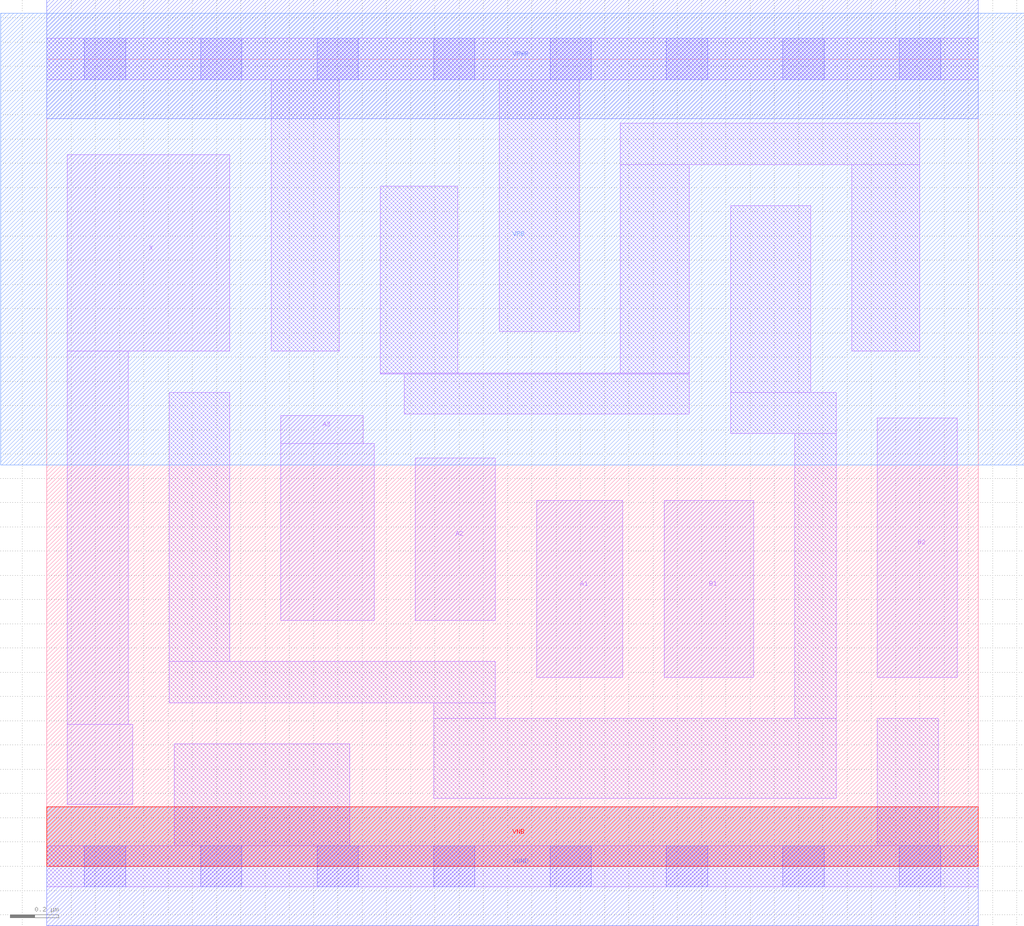
<source format=lef>
# Copyright 2020 The SkyWater PDK Authors
#
# Licensed under the Apache License, Version 2.0 (the "License");
# you may not use this file except in compliance with the License.
# You may obtain a copy of the License at
#
#     https://www.apache.org/licenses/LICENSE-2.0
#
# Unless required by applicable law or agreed to in writing, software
# distributed under the License is distributed on an "AS IS" BASIS,
# WITHOUT WARRANTIES OR CONDITIONS OF ANY KIND, either express or implied.
# See the License for the specific language governing permissions and
# limitations under the License.
#
# SPDX-License-Identifier: Apache-2.0

VERSION 5.7 ;
  NOWIREEXTENSIONATPIN ON ;
  DIVIDERCHAR "/" ;
  BUSBITCHARS "[]" ;
MACRO sky130_fd_sc_lp__a32o_0
  CLASS CORE ;
  FOREIGN sky130_fd_sc_lp__a32o_0 ;
  ORIGIN  0.000000  0.000000 ;
  SIZE  3.840000 BY  3.330000 ;
  SYMMETRY X Y R90 ;
  SITE unit ;
  PIN A1
    ANTENNAGATEAREA  0.159000 ;
    DIRECTION INPUT ;
    USE SIGNAL ;
    PORT
      LAYER li1 ;
        RECT 2.020000 0.780000 2.375000 1.510000 ;
    END
  END A1
  PIN A2
    ANTENNAGATEAREA  0.159000 ;
    DIRECTION INPUT ;
    USE SIGNAL ;
    PORT
      LAYER li1 ;
        RECT 1.520000 1.015000 1.850000 1.685000 ;
    END
  END A2
  PIN A3
    ANTENNAGATEAREA  0.159000 ;
    DIRECTION INPUT ;
    USE SIGNAL ;
    PORT
      LAYER li1 ;
        RECT 0.965000 1.015000 1.350000 1.745000 ;
        RECT 0.965000 1.745000 1.305000 1.860000 ;
    END
  END A3
  PIN B1
    ANTENNAGATEAREA  0.159000 ;
    DIRECTION INPUT ;
    USE SIGNAL ;
    PORT
      LAYER li1 ;
        RECT 2.545000 0.780000 2.915000 1.510000 ;
    END
  END B1
  PIN B2
    ANTENNAGATEAREA  0.159000 ;
    DIRECTION INPUT ;
    USE SIGNAL ;
    PORT
      LAYER li1 ;
        RECT 3.425000 0.780000 3.755000 1.850000 ;
    END
  END B2
  PIN X
    ANTENNADIFFAREA  0.280900 ;
    DIRECTION OUTPUT ;
    USE SIGNAL ;
    PORT
      LAYER li1 ;
        RECT 0.085000 0.255000 0.355000 0.585000 ;
        RECT 0.085000 0.585000 0.335000 2.125000 ;
        RECT 0.085000 2.125000 0.755000 2.935000 ;
    END
  END X
  PIN VGND
    DIRECTION INOUT ;
    USE GROUND ;
    PORT
      LAYER met1 ;
        RECT 0.000000 -0.245000 3.840000 0.245000 ;
    END
  END VGND
  PIN VNB
    DIRECTION INOUT ;
    USE GROUND ;
    PORT
      LAYER pwell ;
        RECT 0.000000 0.000000 3.840000 0.245000 ;
    END
  END VNB
  PIN VPB
    DIRECTION INOUT ;
    USE POWER ;
    PORT
      LAYER nwell ;
        RECT -0.190000 1.655000 4.030000 3.520000 ;
    END
  END VPB
  PIN VPWR
    DIRECTION INOUT ;
    USE POWER ;
    PORT
      LAYER met1 ;
        RECT 0.000000 3.085000 3.840000 3.575000 ;
    END
  END VPWR
  OBS
    LAYER li1 ;
      RECT 0.000000 -0.085000 3.840000 0.085000 ;
      RECT 0.000000  3.245000 3.840000 3.415000 ;
      RECT 0.505000  0.675000 1.850000 0.845000 ;
      RECT 0.505000  0.845000 0.755000 1.955000 ;
      RECT 0.525000  0.085000 1.250000 0.505000 ;
      RECT 0.925000  2.125000 1.205000 3.245000 ;
      RECT 1.375000  2.030000 2.650000 2.035000 ;
      RECT 1.375000  2.035000 1.695000 2.805000 ;
      RECT 1.475000  1.865000 2.650000 2.030000 ;
      RECT 1.595000  0.280000 3.255000 0.610000 ;
      RECT 1.595000  0.610000 1.850000 0.675000 ;
      RECT 1.865000  2.205000 2.195000 3.245000 ;
      RECT 2.365000  2.035000 2.650000 2.895000 ;
      RECT 2.365000  2.895000 3.600000 3.065000 ;
      RECT 2.820000  1.785000 3.255000 1.955000 ;
      RECT 2.820000  1.955000 3.150000 2.725000 ;
      RECT 3.085000  0.610000 3.255000 1.785000 ;
      RECT 3.320000  2.125000 3.600000 2.895000 ;
      RECT 3.425000  0.085000 3.675000 0.610000 ;
    LAYER mcon ;
      RECT 0.155000 -0.085000 0.325000 0.085000 ;
      RECT 0.155000  3.245000 0.325000 3.415000 ;
      RECT 0.635000 -0.085000 0.805000 0.085000 ;
      RECT 0.635000  3.245000 0.805000 3.415000 ;
      RECT 1.115000 -0.085000 1.285000 0.085000 ;
      RECT 1.115000  3.245000 1.285000 3.415000 ;
      RECT 1.595000 -0.085000 1.765000 0.085000 ;
      RECT 1.595000  3.245000 1.765000 3.415000 ;
      RECT 2.075000 -0.085000 2.245000 0.085000 ;
      RECT 2.075000  3.245000 2.245000 3.415000 ;
      RECT 2.555000 -0.085000 2.725000 0.085000 ;
      RECT 2.555000  3.245000 2.725000 3.415000 ;
      RECT 3.035000 -0.085000 3.205000 0.085000 ;
      RECT 3.035000  3.245000 3.205000 3.415000 ;
      RECT 3.515000 -0.085000 3.685000 0.085000 ;
      RECT 3.515000  3.245000 3.685000 3.415000 ;
  END
END sky130_fd_sc_lp__a32o_0
END LIBRARY

</source>
